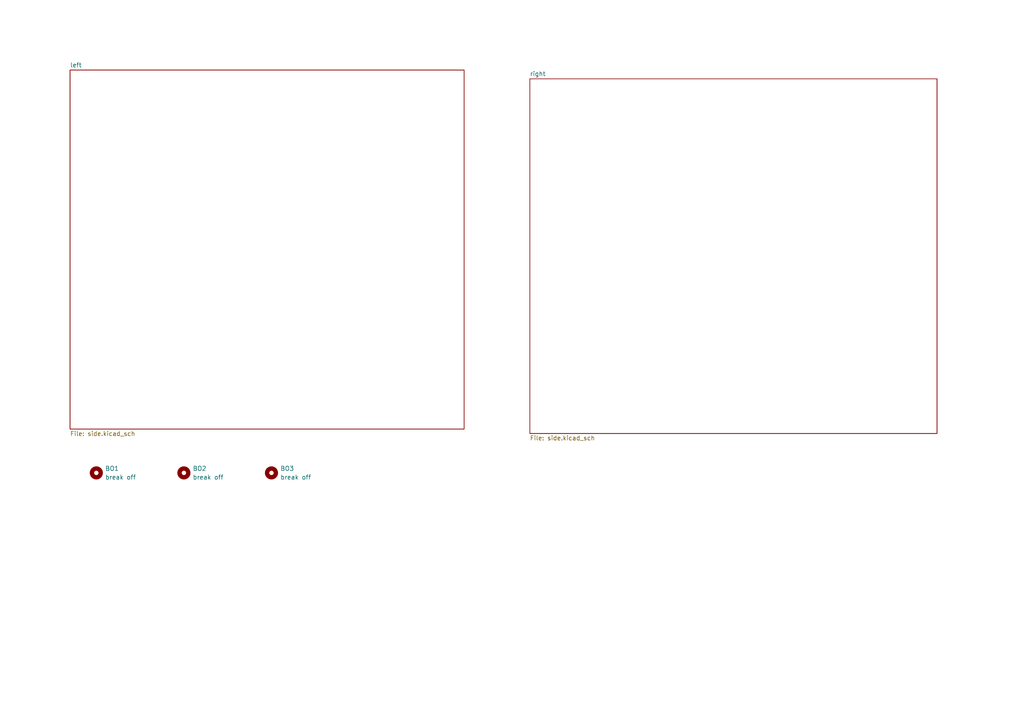
<source format=kicad_sch>
(kicad_sch (version 20250114) (generator "eeschema") (generator_version "9.0")
  (paper "A4")
  (lib_symbols
    (symbol "Mechanical:MountingHole" (pin_names (offset 1.016)) (in_bom no)
      (property "Reference" "H" (at 0 5.08 0))
      (property "Value" "MountingHole" (at 0 3.175 0))
      (symbol "MountingHole_0_1"
        (circle (center 0 0) (radius 1.27) (stroke (width 1.27)))
      )
    )
  )
  (symbol (lib_id "Mechanical:MountingHole") (at 78.74 137.16 0) (unit 1) (in_bom no)
    (property "Reference" "BO3" (at 81.28 135.8899 0) (effects (justify left)))
    (property "Value" "break off" (at 81.28 138.4299 0) (effects (justify left)))
    (property "Footprint" "Panelization.pretty-master:mouse-bite-5mm-slot" (effects (hide yes)))
    (property "Description" "Mounting Hole without connection" (effects (hide yes)))
  )
  (symbol (lib_id "Mechanical:MountingHole") (at 53.34 137.16 0) (unit 1) (in_bom no)
    (property "Reference" "BO2" (at 55.88 135.8899 0) (effects (justify left)))
    (property "Value" "break off" (at 55.88 138.4299 0) (effects (justify left)))
    (property "Footprint" "Panelization.pretty-master:mouse-bite-5mm-slot" (effects (hide yes)))
    (property "Description" "Mounting Hole without connection" (effects (hide yes)))
  )
  (symbol (lib_id "Mechanical:MountingHole") (at 27.94 137.16 0) (unit 1) (in_bom no)
    (property "Reference" "BO1" (at 30.48 135.8899 0) (effects (justify left)))
    (property "Value" "break off" (at 30.48 138.4299 0) (effects (justify left)))
    (property "Footprint" "Panelization.pretty-master:mouse-bite-5mm-slot" (effects (hide yes)))
    (property "Description" "Mounting Hole without connection" (effects (hide yes)))
  )
  (sheet (at 20.32 20.32) (size 114.3 104.14) (stroke (width 0.1524))
    (property "Sheetname" "left" (at 20.32 19.6084 0) (effects (justify left bottom)))
    (property "Sheetfile" "side.kicad_sch" (at 20.32 125.0446 0) (effects (justify left top)))
  )
  (sheet (at 153.67 22.86) (size 118.11 102.87) (stroke (width 0.1524))
    (property "Sheetname" "right" (at 153.67 22.1484 0) (effects (justify left bottom)))
    (property "Sheetfile" "side.kicad_sch" (at 153.67 126.3146 0) (effects (justify left top)))
  )
)
</source>
